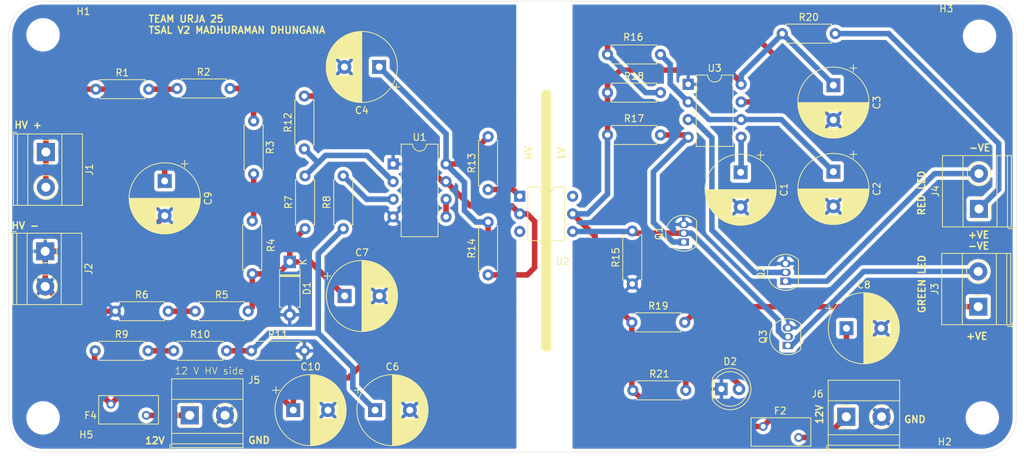
<source format=kicad_pcb>
(kicad_pcb (version 20240108) (generator "pcbnew") (generator_version "8.0")
  (layers (0 "F.Cu" signal) (31 "B.Cu" signal) (34 "B.Paste" user) (35 "F.Paste" user) (36 "B.SilkS" user "B.Silkscreen") (37 "F.SilkS" user "F.Silkscreen") (38 "B.Mask" user) (39 "F.Mask" user) (44 "Edge.Cuts" user))
  (net 0 "")
  (net 1 "GND1")
  (net 2 "Net-(U3-CV)")
  (net 3 "Net-(U3-THR)")
  (net 4 "+12VA")
  (net 5 "GND")
  (net 6 "Net-(D1-K)")
  (net 7 "Net-(C6-Pad1)")
  (net 8 "/Green LED +Ve")
  (net 9 "/Green LED -Ve")
  (net 10 "/RED LED +VE")
  (net 11 "/RED LED -VE")
  (net 12 "+12V")
  (net 13 "Net-(R1-Pad2)")
  (net 14 "Net-(R2-Pad2)")
  (net 15 "Net-(R3-Pad2)")
  (net 16 "Net-(R5-Pad1)")
  (net 17 "Net-(U1-+)")
  (net 18 "Net-(U1--)")
  (net 19 "/HV+")
  (net 20 "Net-(R10-Pad1)")
  (net 21 "Net-(R12-Pad2)")
  (net 22 "Net-(R13-Pad1)")
  (net 23 "Net-(U3-DIS)")
  (net 24 "Net-(U1-BAL)")
  (net 27 "Net-(D2-A)")
  (net 28 "Net-(J6-Pin_1)")
  (net 29 "Net-(J5-Pin_1)")
  (net 30 "Net-(Q1-B)")
  (net 31 "Net-(Q1-C)")
  (net 32 "Net-(Q2-B)")
  (footprint "Resistor_THT:R_Axial_DIN0207_L6.3mm_D2.5mm_P7.62mm_Horizontal" (layer "F.Cu") (at 219.575 61.685 90)
    (property "Reference" "R15" (at 3.81 -2.37 90) (layer "F.SilkS"))
    (property "Value" "10K")
    (pad "1" thru_hole circle (at 0 0 90) (size 1.6 1.6) (drill 0.8) (layers "*.Cu" "*.Mask") (net 1 "GND1"))
    (pad "2" thru_hole oval (at 7.62 0 90) (size 1.6 1.6) (drill 0.8) (layers "*.Cu" "*.Mask") (net 30 "Net-(Q1-B)"))
  )
  (footprint "Resistor_THT:R_Axial_DIN0207_L6.3mm_D2.5mm_P7.62mm_Horizontal" (layer "F.Cu") (at 216.015 34.125)
    (property "Reference" "R18" (at 3.81 -2.37 0) (layer "F.SilkS"))
    (property "Value" "22K")
    (pad "1" thru_hole circle (at 0 0) (size 1.6 1.6) (drill 0.8) (layers "*.Cu" "*.Mask") (net 4 "+12VA"))
    (pad "2" thru_hole oval (at 7.62 0) (size 1.6 1.6) (drill 0.8) (layers "*.Cu" "*.Mask") (net 23 "Net-(U3-DIS)"))
  )
  (footprint "Resistor_THT:R_Axial_DIN0207_L6.3mm_D2.5mm_P7.62mm_Horizontal" (layer "F.Cu") (at 145.165 65.625)
    (property "Reference" "R6" (at 3.81 -2.37 0) (layer "F.SilkS"))
    (property "Value" "26K")
    (pad "1" thru_hole circle (at 0 0) (size 1.6 1.6) (drill 0.8) (layers "*.Cu" "*.Mask") (net 5 "GND"))
    (pad "2" thru_hole oval (at 7.62 0) (size 1.6 1.6) (drill 0.8) (layers "*.Cu" "*.Mask") (net 16 "Net-(R5-Pad1)"))
  )
  (footprint "Resistor_THT:R_Axial_DIN0207_L6.3mm_D2.5mm_P7.62mm_Horizontal" (layer "F.Cu") (at 164.765 71.325)
    (property "Reference" "R11" (at 3.81 -2.37 0) (layer "F.SilkS"))
    (property "Value" "2K")
    (pad "1" thru_hole circle (at 0 0) (size 1.6 1.6) (drill 0.8) (layers "*.Cu" "*.Mask") (net 7 "Net-(C6-Pad1)"))
    (pad "2" thru_hole oval (at 7.62 0) (size 1.6 1.6) (drill 0.8) (layers "*.Cu" "*.Mask") (net 5 "GND"))
  )
  (footprint "TerminalBlock_Phoenix:TerminalBlock_Phoenix_MKDS-1,5-2-5.08_1x02_P5.08mm_Horizontal" (layer "F.Cu") (at 269.38 64.97 90)
    (property "Reference" "J3" (at 2.54 -6.26 90) (layer "F.SilkS"))
    (property "Value" "Conn_01x02_Pin")
    (pad "1" thru_hole rect (at 0 0 90) (size 2.6 2.6) (drill 1.3) (layers "*.Cu" "*.Mask") (net 8 "/Green LED +Ve"))
    (pad "2" thru_hole circle (at 5.08 0 90) (size 2.6 2.6) (drill 1.3) (layers "*.Cu" "*.Mask") (net 9 "/Green LED -Ve"))
  )
  (footprint "TerminalBlock_Phoenix:TerminalBlock_Phoenix_MKDS-1,5-2-5.08_1x02_P5.08mm_Horizontal" (layer "F.Cu") (at 135.17 42.68 -90)
    (property "Reference" "J1" (at 2.54 -6.26 90) (layer "F.SilkS"))
    (property "Value" "HV +")
    (pad "1" thru_hole rect (at 0 0 270) (size 2.6 2.6) (drill 1.3) (layers "*.Cu" "*.Mask") (net 19 "/HV+"))
    (pad "2" thru_hole circle (at 5.08 0 270) (size 2.6 2.6) (drill 1.3) (layers "*.Cu" "*.Mask") (net 19 "/HV+"))
  )
  (footprint "MountingHole:MountingHole_4.3mm_M4" (layer "F.Cu") (at 269.965534 80.994466)
    (property "Reference" "H2" (at -5.415534 3.455534 0) (layer "F.SilkS"))
    (property "Value" "MountingHole")
    (pad "" np_thru_hole circle (at 0 0) (size 4.3 4.3) (drill 4.3) (layers "*.Cu" "*.Mask"))
  )
  (footprint "MountingHole:MountingHole_4.3mm_M4" (layer "F.Cu") (at 134.765534 25.794466)
    (property "Reference" "H1" (at 5.809466 -3.369466 0) (layer "F.SilkS"))
    (property "Value" "MountingHole")
    (pad "" np_thru_hole circle (at 0 0) (size 4.3 4.3) (drill 4.3) (layers "*.Cu" "*.Mask"))
  )
  (footprint "Resistor_THT:R_Axial_DIN0207_L6.3mm_D2.5mm_P7.62mm_Horizontal" (layer "F.Cu") (at 142.365 33.625)
    (property "Reference" "R1" (at 3.81 -2.37 0) (layer "F.SilkS"))
    (property "Value" "249K")
    (pad "1" thru_hole circle (at 0 0) (size 1.6 1.6) (drill 0.8) (layers "*.Cu" "*.Mask") (net 19 "/HV+"))
    (pad "2" thru_hole oval (at 7.62 0) (size 1.6 1.6) (drill 0.8) (layers "*.Cu" "*.Mask") (net 13 "Net-(R1-Pad2)"))
  )
  (footprint "Fuse:Fuse_BelFuse_0ZRE0012FF_L8.3mm_W3.8mm" (layer "F.Cu") (at 243.525 83.825 180)
    (property "Reference" "F2" (at 2.65 3.85 0) (layer "F.SilkS"))
    (property "Value" "100mA 25V")
    (pad "1" thru_hole circle (at 0 0 180) (size 1.27 1.27) (drill 0.71) (layers "*.Cu" "*.Mask") (net 28 "Net-(J6-Pin_1)"))
    (pad "2" thru_hole circle (at 5.1 1.6 180) (size 1.27 1.27) (drill 0.71) (layers "*.Cu" "*.Mask") (net 4 "+12VA"))
  )
  (footprint "TerminalBlock_Phoenix:TerminalBlock_Phoenix_MKDS-1,5-2-5.08_1x02_P5.08mm_Horizontal" (layer "F.Cu") (at 250.38 80.83)
    (property "Reference" "J6" (at -4.13 -3.28 0) (layer "F.SilkS"))
    (property "Value" "Conn_01x02_Pin")
    (pad "1" thru_hole rect (at 0 0) (size 2.6 2.6) (drill 1.3) (layers "*.Cu" "*.Mask") (net 28 "Net-(J6-Pin_1)"))
    (pad "2" thru_hole circle (at 5.08 0) (size 2.6 2.6) (drill 1.3) (layers "*.Cu" "*.Mask") (net 1 "GND1"))
  )
  (footprint "Resistor_THT:R_Axial_DIN0207_L6.3mm_D2.5mm_P7.62mm_Horizontal" (layer "F.Cu") (at 156.665 65.625)
    (property "Reference" "R5" (at 3.81 -2.37 0) (layer "F.SilkS"))
    (property "Value" "26K")
    (pad "1" thru_hole circle (at 0 0) (size 1.6 1.6) (drill 0.8) (layers "*.Cu" "*.Mask") (net 16 "Net-(R5-Pad1)"))
    (pad "2" thru_hole oval (at 7.62 0) (size 1.6 1.6) (drill 0.8) (layers "*.Cu" "*.Mask") (net 6 "Net-(D1-K)"))
  )
  (footprint "Resistor_THT:R_Axial_DIN0207_L6.3mm_D2.5mm_P7.62mm_Horizontal" (layer "F.Cu") (at 223.635 28.625 180)
    (property "Reference" "R16" (at 3.91 2.5 0) (layer "F.SilkS"))
    (property "Value" "220K")
    (pad "1" thru_hole circle (at 0 0 180) (size 1.6 1.6) (drill 0.8) (layers "*.Cu" "*.Mask") (net 3 "Net-(U3-THR)"))
    (pad "2" thru_hole oval (at 7.62 0 180) (size 1.6 1.6) (drill 0.8) (layers "*.Cu" "*.Mask") (net 23 "Net-(U3-DIS)"))
  )
  (footprint "Package_DIP:DIP-6_W7.62mm" (layer "F.Cu") (at 203.375 49.05)
    (property "Reference" "U2" (at 6.175 9.4 0) (layer "F.SilkS"))
    (property "Value" "4N35")
    (pad "1" thru_hole rect (at 0 0) (size 1.6 1.6) (drill 0.8) (layers "*.Cu" "*.Mask") (net 22 "Net-(R13-Pad1)"))
    (pad "2" thru_hole oval (at 0 2.54) (size 1.6 1.6) (drill 0.8) (layers "*.Cu" "*.Mask") (net 21 "Net-(R12-Pad2)"))
    (pad "3" thru_hole oval (at 0 5.08) (size 1.6 1.6) (drill 0.8) (layers "*.Cu" "*.Mask"))
    (pad "4" thru_hole oval (at 7.62 5.08) (size 1.6 1.6) (drill 0.8) (layers "*.Cu" "*.Mask") (net 30 "Net-(Q1-B)"))
    (pad "5" thru_hole oval (at 7.62 2.54) (size 1.6 1.6) (drill 0.8) (layers "*.Cu" "*.Mask") (net 4 "+12VA"))
    (pad "6" thru_hole oval (at 7.62 0) (size 1.6 1.6) (drill 0.8) (layers "*.Cu" "*.Mask"))
  )
  (footprint "Resistor_THT:R_Axial_DIN0207_L6.3mm_D2.5mm_P7.62mm_Horizontal" (layer "F.Cu") (at 219.515 67.225)
    (property "Reference" "R19" (at 3.81 -2.37 0) (layer "F.SilkS"))
    (property "Value" "1K")
    (pad "1" thru_hole circle (at 0 0) (size 1.6 1.6) (drill 0.8) (layers "*.Cu" "*.Mask") (net 4 "+12VA"))
    (pad "2" thru_hole oval (at 7.62 0) (size 1.6 1.6) (drill 0.8) (layers "*.Cu" "*.Mask") (net 8 "/Green LED +Ve"))
  )
  (footprint "Package_DIP:DIP-8_W7.62mm" (layer "F.Cu") (at 227.625 32.925)
    (property "Reference" "U3" (at 3.81 -2.33 0) (layer "F.SilkS"))
    (property "Value" "NE555P")
    (pad "1" thru_hole rect (at 0 0) (size 1.6 1.6) (drill 0.8) (layers "*.Cu" "*.Mask") (net 1 "GND1"))
    (pad "2" thru_hole oval (at 0 2.54) (size 1.6 1.6) (drill 0.8) (layers "*.Cu" "*.Mask") (net 3 "Net-(U3-THR)"))
    (pad "3" thru_hole oval (at 0 5.08) (size 1.6 1.6) (drill 0.8) (layers "*.Cu" "*.Mask") (net 32 "Net-(Q2-B)"))
    (pad "4" thru_hole oval (at 0 7.62) (size 1.6 1.6) (drill 0.8) (layers "*.Cu" "*.Mask") (net 31 "Net-(Q1-C)"))
    (pad "5" thru_hole oval (at 7.62 7.62) (size 1.6 1.6) (drill 0.8) (layers "*.Cu" "*.Mask") (net 2 "Net-(U3-CV)"))
    (pad "6" thru_hole oval (at 7.62 5.08) (size 1.6 1.6) (drill 0.8) (layers "*.Cu" "*.Mask") (net 3 "Net-(U3-THR)"))
    (pad "7" thru_hole oval (at 7.62 2.54) (size 1.6 1.6) (drill 0.8) (layers "*.Cu" "*.Mask") (net 23 "Net-(U3-DIS)"))
    (pad "8" thru_hole oval (at 7.62 0) (size 1.6 1.6) (drill 0.8) (layers "*.Cu" "*.Mask") (net 4 "+12VA"))
  )
  (footprint "Resistor_THT:R_Axial_DIN0207_L6.3mm_D2.5mm_P7.62mm_Horizontal" (layer "F.Cu") (at 216.015 40.225)
    (property "Reference" "R17" (at 3.81 -2.37 0) (layer "F.SilkS"))
    (property "Value" "10K")
    (pad "1" thru_hole circle (at 0 0) (size 1.6 1.6) (drill 0.8) (layers "*.Cu" "*.Mask") (net 4 "+12VA"))
    (pad "2" thru_hole oval (at 7.62 0) (size 1.6 1.6) (drill 0.8) (layers "*.Cu" "*.Mask") (net 31 "Net-(Q1-C)"))
  )
  (footprint "Capacitor_THT:CP_Radial_D10.0mm_P5.00mm" (layer "F.Cu") (at 248.525 33.057323 -90)
    (property "Reference" "C3" (at 2.5 -6.25 90) (layer "F.SilkS"))
    (property "Value" "100nF")
    (pad "1" thru_hole rect (at 0 0 270) (size 2 2) (drill 1) (layers "*.Cu" "*.Mask") (net 4 "+12VA"))
    (pad "2" thru_hole circle (at 5 0 270) (size 2 2) (drill 1) (layers "*.Cu" "*.Mask") (net 1 "GND1"))
  )
  (footprint "Resistor_THT:R_Axial_DIN0207_L6.3mm_D2.5mm_P7.62mm_Horizontal" (layer "F.Cu") (at 198.825 60.385 90)
    (property "Reference" "R14" (at 3.81 -2.37 90) (layer "F.SilkS"))
    (property "Value" "10K")
    (pad "1" thru_hole circle (at 0 0 90) (size 1.6 1.6) (drill 0.8) (layers "*.Cu" "*.Mask") (net 21 "Net-(R12-Pad2)"))
    (pad "2" thru_hole oval (at 7.62 0 90) (size 1.6 1.6) (drill 0.8) (layers "*.Cu" "*.Mask") (net 12 "+12V"))
  )
  (footprint "LED_THT:LED_D5.0mm" (layer "F.Cu") (at 232.4 76.825)
    (property "Reference" "D2" (at 1.27 -3.96 0) (layer "F.SilkS"))
    (property "Value" "LED")
    (pad "1" thru_hole rect (at 0 0) (size 1.8 1.8) (drill 0.9) (layers "*.Cu" "*.Mask") (net 1 "GND1"))
    (pad "2" thru_hole circle (at 2.54 0) (size 1.8 1.8) (drill 0.9) (layers "*.Cu" "*.Mask") (net 27 "Net-(D2-A)"))
  )
  (footprint "Resistor_THT:R_Axial_DIN0207_L6.3mm_D2.5mm_P7.62mm_Horizontal" (layer "F.Cu") (at 142.265 71.325)
    (property "Reference" "R9" (at 3.81 -2.37 0) (layer "F.SilkS"))
    (property "Value" "30K")
    (pad "1" thru_hole circle (at 0 0) (size 1.6 1.6) (drill 0.8) (layers "*.Cu" "*.Mask") (net 12 "+12V"))
    (pad "2" thru_hole oval (at 7.62 0) (size 1.6 1.6) (drill 0.8) (layers "*.Cu" "*.Mask") (net 20 "Net-(R10-Pad1)"))
  )
  (footprint "MountingHole:MountingHole_4.3mm_M4" (layer "F.Cu") (at 134.765534 80.994466)
    (property "Reference" "H5" (at 6.209466 2.430534 0) (layer "F.SilkS"))
    (property "Value" "MountingHole")
    (pad "" np_thru_hole circle (at 0 0) (size 4.3 4.3) (drill 4.3) (layers "*.Cu" "*.Mask"))
  )
  (footprint "Resistor_THT:R_Axial_DIN0207_L6.3mm_D2.5mm_P7.62mm_Horizontal" (layer "F.Cu") (at 165.075 38.215 -90)
    (property "Reference" "R3" (at 3.81 -2.37 90) (layer "F.SilkS"))
    (property "Value" "249K")
    (pad "1" thru_hole circle (at 0 0 270) (size 1.6 1.6) (drill 0.8) (layers "*.Cu" "*.Mask") (net 14 "Net-(R2-Pad2)"))
    (pad "2" thru_hole oval (at 7.62 0 270) (size 1.6 1.6) (drill 0.8) (layers "*.Cu" "*.Mask") (net 15 "Net-(R3-Pad2)"))
  )
  (footprint "Capacitor_THT:CP_Radial_D10.0mm_P5.00mm" (layer "F.Cu") (at 248.525 45.507323 -90)
    (property "Reference" "C2" (at 2.5 -6.25 90) (layer "F.SilkS"))
    (property "Value" "1uF")
    (pad "1" thru_hole rect (at 0 0 270) (size 2 2) (drill 1) (layers "*.Cu" "*.Mask") (net 3 "Net-(U3-THR)"))
    (pad "2" thru_hole circle (at 5 0 270) (size 2 2) (drill 1) (layers "*.Cu" "*.Mask") (net 1 "GND1"))
  )
  (footprint "Resistor_THT:R_Axial_DIN0207_L6.3mm_D2.5mm_P7.62mm_Horizontal" (layer "F.Cu") (at 154.065 33.525)
    (property "Reference" "R2" (at 3.81 -2.37 0) (layer "F.SilkS"))
    (property "Value" "249K")
    (pad "1" thru_hole circle (at 0 0) (size 1.6 1.6) (drill 0.8) (layers "*.Cu" "*.Mask") (net 13 "Net-(R1-Pad2)"))
    (pad "2" thru_hole oval (at 7.62 0) (size 1.6 1.6) (drill 0.8) (layers "*.Cu" "*.Mask") (net 14 "Net-(R2-Pad2)"))
  )
  (footprint "Capacitor_THT:CP_Radial_D10.0mm_P5.00mm" (layer "F.Cu") (at 170.775 79.875)
    (property "Reference" "C10" (at 2.5 -6.25 0) (layer "F.SilkS"))
    (property "Value" "10 uf 25V")
    (pad "1" thru_hole rect (at 0 0) (size 2 2) (drill 1) (layers "*.Cu" "*.Mask") (net 12 "+12V"))
    (pad "2" thru_hole circle (at 5 0) (size 2 2) (drill 1) (layers "*.Cu" "*.Mask") (net 5 "GND"))
  )
  (footprint "TerminalBlock_Phoenix:TerminalBlock_Phoenix_MKDS-1,5-2-5.08_1x02_P5.08mm_Horizontal" (layer "F.Cu") (at 155.875 80.625)
    (property "Reference" "J5" (at 9.275 -5.075 0) (layer "F.SilkS"))
    (property "Value" "Conn_01x02_Pin")
    (pad "1" thru_hole rect (at 0 0) (size 2.6 2.6) (drill 1.3) (layers "*.Cu" "*.Mask") (net 29 "Net-(J5-Pin_1)"))
    (pad "2" thru_hole circle (at 5.08 0) (size 2.6 2.6) (drill 1.3) (layers "*.Cu" "*.Mask") (net 5 "GND"))
  )
  (footprint "Capacitor_THT:CP_Radial_D10.0mm_P5.00mm" (layer "F.Cu") (at 182.557323 79.875)
    (property "Reference" "C6" (at 2.5 -6.25 0) (layer "F.SilkS"))
    (property "Value" "0.1 uf")
    (pad "1" thru_hole rect (at 0 0) (size 2 2) (drill 1) (layers "*.Cu" "*.Mask") (net 7 "Net-(C6-Pad1)"))
    (pad "2" thru_hole circle (at 5 0) (size 2 2) (drill 1) (layers "*.Cu" "*.Mask") (net 5 "GND"))
  )
  (footprint "Resistor_THT:R_Axial_DIN0207_L6.3mm_D2.5mm_P7.62mm_Horizontal" (layer "F.Cu") (at 198.825 48.085 90)
    (property "Reference" "R13" (at 3.81 -2.37 90) (layer "F.SilkS"))
    (property "Value" "2k2")
    (pad "1" thru_hole circle (at 0 0 90) (size 1.6 1.6) (drill 0.8) (layers "*.Cu" "*.Mask") (net 22 "Net-(R13-Pad1)"))
    (pad "2" thru_hole oval (at 7.62 0 90) (size 1.6 1.6) (drill 0.8) (layers "*.Cu" "*.Mask") (net 12 "+12V"))
  )
  (footprint "Fuse:Fuse_BelFuse_0ZRE0012FF_L8.3mm_W3.8mm" (layer "F.Cu") (at 149.625 80.625 180)
    (property "Reference" "F4" (at 8.025 -0.025 0) (layer "F.SilkS"))
    (property "Value" "100 mA 25V")
    (pad "1" thru_hole circle (at 0 0 180) (size 1.27 1.27) (drill 0.71) (layers "*.Cu" "*.Mask") (net 29 "Net-(J5-Pin_1)"))
    (pad "2" thru_hole circle (at 5.1 1.6 180) (size 1.27 1.27) (drill 0.71) (layers "*.Cu" "*.Mask") (net 12 "+12V"))
  )
  (footprint "TerminalBlock_Phoenix:TerminalBlock_Phoenix_MKDS-1,5-2-5.08_1x02_P5.08mm_Horizontal" (layer "F.Cu") (at 135.075 56.98 -90)
    (property "Reference" "J2" (at 2.54 -6.26 90) (layer "F.SilkS"))
    (property "Value" "Conn_01x02_Pin")
    (pad "1" thru_hole rect (at 0 0 270) (size 2.6 2.6) (drill 1.3) (layers "*.Cu" "*.Mask") (net 5 "GND"))
    (pad "2" thru_hole circle (at 5.08 0 270) (size 2.6 2.6) (drill 1.3) (layers "*.Cu" "*.Mask") (net 5 "GND"))
  )
  (footprint "Resistor_THT:R_Axial_DIN0207_L6.3mm_D2.5mm_P7.62mm_Horizontal" (layer "F.Cu") (at 153.565 71.325)
    (property "Reference" "R10" (at 3.81 -2.37 0) (layer "F.SilkS"))
    (property "Value" "24K")
    (pad "1" thru_hole circle (at 0 0) (size 1.6 1.6) (drill 0.8) (layers "*.Cu" "*.Mask") (net 20 "Net-(R10-Pad1)"))
    (pad "2" thru_hole oval (at 7.62 0) (size 1.6 1.6) (drill 0.8) (layers "*.Cu" "*.Mask") (net 7 "Net-(C6-Pad1)"))
  )
  (footprint "Resistor_THT:R_Axial_DIN0207_L6.3mm_D2.5mm_P7.62mm_Horizontal" (layer "F.Cu") (at 172.475 53.735 90)
    (property "Reference" "R7" (at 3.81 -2.37 90) (layer "F.SilkS"))
    (property "Value" "100")
    (pad "1" thru_hole circle (at 0 0 90) (size 1.6 1.6) (drill 0.8) (layers "*.Cu" "*.Mask") (net 6 "Net-(D1-K)"))
    (pad "2" thru_hole oval (at 7.62 0 90) (size 1.6 1.6) (drill 0.8) (layers "*.Cu" "*.Mask") (net 17 "Net-(U1-+)"))
  )
  (footprint "Resistor_THT:R_Axial_DIN0207_L6.3mm_D2.5mm_P7.62mm_Horizontal" (layer "F.Cu") (at 219.665 77.025)
    (property "Reference" "R21" (at 3.81 -2.37 0) (layer "F.SilkS"))
    (property "Value" "1K")
    (pad "1" thru_hole circle (at 0 0) (size 1.6 1.6) (drill 0.8) (layers "*.Cu" "*.Mask") (net 4 "+12VA"))
    (pad "2" thru_hole oval (at 7.62 0) (size 1.6 1.6) (drill 0.8) (layers "*.Cu" "*.Mask") (net 27 "Net-(D2-A)"))
  )
  (footprint "Package_TO_SOT_THT:TO-92_Inline" (layer "F.Cu") (at 241.635 61.295 90)
    (property "Reference" "Q2" (at 1.27 -3.56 90) (layer "F.SilkS"))
    (property "Value" "BC547")
    (pad "1" thru_hole rect (at 0 0 90) (size 1.05 1.5) (drill 0.75) (layers "*.Cu" "*.Mask") (net 11 "/RED LED -VE"))
    (pad "2" thru_hole oval (at 1.27 0 90) (size 1.05 1.5) (drill 0.75) (layers "*.Cu" "*.Mask") (net 32 "Net-(Q2-B)"))
    (pad "3" thru_hole oval (at 2.54 0 90) (size 1.05 1.5) (drill 0.75) (layers "*.Cu" "*.Mask") (net 1 "GND1"))
  )
  (footprint "MountingHole:MountingHole_4.3mm_M4" (layer "F.Cu") (at 269.565534 25.994466)
    (property "Reference" "H3" (at -4.790534 -3.969466 0) (layer "F.SilkS"))
    (property "Value" "MountingHole")
    (pad "" np_thru_hole circle (at 0 0) (size 4.3 4.3) (drill 4.3) (layers "*.Cu" "*.Mask"))
  )
  (footprint "TerminalBlock_Phoenix:TerminalBlock_Phoenix_MKDS-1,5-2-5.08_1x02_P5.08mm_Horizontal" (layer "F.Cu") (at 269.48 50.87 90)
    (property "Reference" "J4" (at 2.54 -6.26 90) (layer "F.SilkS"))
    (property "Value" "Conn_01x02_Pin")
    (pad "1" thru_hole rect (at 0 0 90) (size 2.6 2.6) (drill 1.3) (layers "*.Cu" "*.Mask") (net 10 "/RED LED +VE"))
    (pad "2" thru_hole circle (at 5.08 0 90) (size 2.6 2.6) (drill 1.3) (layers "*.Cu" "*.Mask") (net 11 "/RED LED -VE"))
  )
  (footprint "Resistor_THT:R_Axial_DIN0207_L6.3mm_D2.5mm_P7.62mm_Horizontal" (layer "F.Cu") (at 164.875 60.235 90)
    (property "Reference" "R4" (at 4.11 2.7 90) (layer "F.SilkS"))
    (property "Value" "249K")
    (pad "1" thru_hole circle (at 0 0 90) (size 1.6 1.6) (drill 0.8) (layers "*.Cu" "*.Mask") (net 6 "Net-(D1-K)"))
    (pad "2" thru_hole oval (at 7.62 0 90) (size 1.6 1.6) (drill 0.8) (layers "*.Cu" "*.Mask") (net 15 "Net-(R3-Pad2)"))
  )
  (footprint "Capacitor_THT:CP_Radial_D10.0mm_P5.00mm" (layer "F.Cu") (at 235.175 45.607323 -90)
    (property "Reference" "C1" (at 2.5 -6.25 90) (layer "F.SilkS"))
    (property "Value" "100nf")
    (pad "1" thru_hole rect (at 0 0 270) (size 2 2) (drill 1) (layers "*.Cu" "*.Mask") (net 2 "Net-(U3-CV)"))
    (pad "2" thru_hole circle (at 5 0 270) (size 2 2) (drill 1) (layers "*.Cu" "*.Mask") (net 1 "GND1"))
  )
  (footprint "Package_TO_SOT_THT:TO-92_Inline" (layer "F.Cu") (at 226.985 55.645 90)
    (property "Reference" "Q1" (at 1.27 -3.56 90) (layer "F.SilkS"))
    (property "Value" "BC547")
    (pad "1" thru_hole rect (at 0 0 90) (size 1.05 1.5) (drill 0.75) (layers "*.Cu" "*.Mask") (net 31 "Net-(Q1-C)"))
    (pad "2" thru_hole oval (at 1.27 0 90) (size 1.05 1.5) (drill 0.75) (layers "*.Cu" "*.Mask") (net 30 "Net-(Q1-B)"))
    (pad "3" thru_hole oval (at 2.54 0 90) (size 1.05 1.5) (drill 0.75) (layers "*.Cu" "*.Mask") (net 1 "GND1"))
  )
  (footprint "Diode_THT:D_A-405_P7.62mm_Horizontal" (layer "F.Cu") (at 170.275 58.515 -90)
    (property "Reference" "D1" (at 3.81 -2.47 90) (layer "F.SilkS"))
    (property "Value" "12V")
    (fp_text user "K" (at 0 -1.9 90) (layer "F.SilkS"))
    (pad "1" thru_hole rect (at 0 0 270) (size 1.8 1.8) (drill 0.9) (layers "*.Cu" "*.Mask") (net 6 "Net-(D1-K)"))
    (pad "2" thru_hole oval (at 7.62 0 270) (size 1.8 1.8) (drill 0.9) (layers "*.Cu" "*.Mask") (net 5 "GND"))
  )
  (footprint "Package_TO_SOT_THT:TO-92_Inline" (layer "F.Cu") (at 241.975 70.565 90)
    (property "Reference" "Q3" (at 1.27 -3.56 90) (layer "F.SilkS"))
    (property "Value" "BC547")
    (pad "1" thru_hole rect (at 0 0 90) (size 1.05 1.5) (drill 0.75) (layers "*.Cu" "*.Mask") (net 9 "/Green LED -Ve"))
    (pad "2" thru_hole oval (at 1.27 0 90) (size 1.05 1.5) (drill 0.75) (layers "*.Cu" "*.Mask") (net 30 "Net-(Q1-B)"))
    (pad "3" thru_hole oval (at 2.54 0 90) (size 1.05 1.5) (drill 0.75) (layers "*.Cu" "*.Mask") (net 1 "GND1"))
  )
  (footprint "Capacitor_THT:CP_Radial_D10.0mm_P5.00mm" (layer "F.Cu") (at 250.407323 68.075)
    (property "Reference" "C8" (at 2.5 -6.25 0) (layer "F.SilkS"))
    (property "Value" "10uf 25V")
    (pad "1" thru_hole rect (at 0 0) (size 2 2) (drill 1) (layers "*.Cu" "*.Mask") (net 4 "+12VA"))
    (pad "2" thru_hole circle (at 5 0) (size 2 2) (drill 1) (layers "*.Cu" "*.Mask") (net 1 "GND1"))
  )
  (footprint "Resistor_THT:R_Axial_DIN0207_L6.3mm_D2.5mm_P7.62mm_Horizontal" (layer "F.Cu") (at 177.975 53.735 90)
    (property "Reference" "R8" (at 3.81 -2.37 90) (layer "F.SilkS"))
    (property "Value" "100")
    (pad "1" thru_hole circle (at 0 0 90) (size 1.6 1.6) (drill 0.8) (layers "*.Cu" "*.Mask") (net 7 "Net-(C6-Pad1)"))
    (pad "2" thru_hole oval (at 7.62 0 90) (size 1.6 1.6) (drill 0.8) (layers "*.Cu" "*.Mask") (net 18 "Net-(U1--)"))
  )
  (footprint "Resistor_THT:R_Axial_DIN0207_L6.3mm_D2.5mm_P7.62mm_Horizontal" (layer "F.Cu") (at 241.165 25.625)
    (property "Reference" "R20" (at 3.81 -2.37 0) (layer "F.SilkS"))
    (property "Value" "1K")
    (pad "1" thru_hole circle (at 0 0) (size 1.6 1.6) (drill 0.8) (layers "*.Cu" "*.Mask") (net 4 "+12VA"))
    (pad "2" thru_hole oval (at 7.62 0) (size 1.6 1.6) (drill 0.8) (layers "*.Cu" "*.Mask") (net 10 "/RED LED +VE"))
  )
  (footprint "Capacitor_THT:CP_Radial_D10.0mm_P5.00mm" (layer "F.Cu") (at 178.175 63.425)
    (property "Reference" "C7" (at 2.5 -6.25 0) (layer "F.SilkS"))
    (property "Value" "0.1uf")
    (pad "1" thru_hole rect (at 0 0) (size 2 2) (drill 1) (layers "*.Cu" "*.Mask") (net 6 "Net-(D1-K)"))
    (pad "2" thru_hole circle (at 5 0) (size 2 2) (drill 1) (layers "*.Cu" "*.Mask") (net 5 "GND"))
  )
  (footprint "Capacitor_THT:CP_Radial_D10.0mm_P5.00mm" (layer "F.Cu") (at 152.275 46.857323 -90)
    (property "Reference" "C9" (at 2.5 -6.25 90) (layer "F.SilkS"))
    (property "Value" "100V 1uf")
    (pad "1" thru_hole rect (at 0 0 270) (size 2 2) (drill 1) (layers "*.Cu" "*.Mask") (net 19 "/HV+"))
    (pad "2" thru_hole circle (at 5 0 270) (size 2 2) (drill 1) (layers "*.Cu" "*.Mask") (net 5 "GND"))
  )
  (footprint "Capacitor_THT:CP_Radial_D10.0mm_P5.00mm" (layer "F.Cu") (at 183.142677 30.425 180)
    (property "Reference" "C4" (at 2.5 -6.25 0) (layer "F.SilkS"))
    (property "Value" "0.1uf")
    (pad "1" thru_hole rect (at 0 0 180) (size 2 2) (drill 1) (layers "*.Cu" "*.Mask") (net 12 "+12V"))
    (pad "2" thru_hole circle (at 5 0 180) (size 2 2) (drill 1) (layers "*.Cu" "*.Mask") (net 5 "GND"))
  )
  (footprint "Resistor_THT:R_Axial_DIN0207_L6.3mm_D2.5mm_P7.62mm_Horizontal" (layer "F.Cu") (at 172.375 42.235 90)
    (property "Reference" "R12" (at 3.81 -2.37 90) (layer "F.SilkS"))
    (property "Value" "1M")
    (pad "1" thru_hole circle (at 0 0 90) (size 1.6 1.6) (drill 0.8) (layers "*.Cu" "*.Mask") (net 17 "Net-(U1-+)"))
    (pad "2" thru_hole oval (at 7.62 0 90) (size 1.6 1.6) (drill 0.8) (layers "*.Cu" "*.Mask") (net 21 "Net-(R12-Pad2)"))
  )
  (footprint "Package_DIP:CERDIP-8_W7.62mm_SideBrazed" (layer "F.Cu") (at 185.155 44.405)
    (property "Reference" "U1" (at 3.81 -3.855 0) (layer "F.SilkS"))
    (property "Value" "LM311")
    (pad "1" thru_hole rect (at 0 0) (size 1.6 1.6) (drill 0.8) (layers "*.Cu" "*.Mask") (net 5 "GND"))
    (pad "2" thru_hole circle (at 0 2.54) (size 1.6 1.6) (drill 0.8) (layers "*.Cu" "*.Mask") (net 17 "Net-(U1-+)"))
    (pad "3" thru_hole circle (at 0 5.08) (size 1.6 1.6) (drill 0.8) (layers "*.Cu" "*.Mask") (net 18 "Net-(U1--)"))
    (pad "4" thru_hole circle (at 0 7.62) (size 1.6 1.6) (drill 0.8) (layers "*.Cu" "*.Mask") (net 5 "GND"))
    (pad "5" thru_hole circle (at 7.62 7.62) (size 1.6 1.6) (drill 0.8) (layers "*.Cu" "*.Mask") (net 24 "Net-(U1-BAL)"))
    (pad "6" thru_hole circle (at 7.62 5.08) (size 1.6 1.6) (drill 0.8) (layers "*.Cu" "*.Mask") (net 24 "Net-(U1-BAL)"))
    (pad "7" thru_hole circle (at 7.62 2.54) (size 1.6 1.6) (drill 0.8) (layers "*.Cu" "*.Mask") (net 21 "Net-(R12-Pad2)"))
    (pad "8" thru_hole circle (at 7.62 0) (size 1.6 1.6) (drill 0.8) (layers "*.Cu" "*.Mask") (net 12 "+12V"))
  )
  (gr_line (start 207.2 34.4) (end 207.2 70.7) (stroke (width 1.5)) (layer "F.SilkS"))
  (gr_line (start 274.83 25.93) (end 274.83 80.93) (stroke (width 0.05)) (layer "Edge.Cuts"))
  (gr_arc (start 129.83 25.93) (mid 131.294466 22.394466) (end 134.83 20.93) (stroke (width 0.05)) (layer "Edge.Cuts"))
  (gr_line (start 134.83 20.93) (end 269.83 20.93) (stroke (width 0.05)) (layer "Edge.Cuts"))
  (gr_arc (start 269.83 20.93) (mid 273.365534 22.394466) (end 274.83 25.93) (stroke (width 0.05)) (layer "Edge.Cuts"))
  (gr_line (start 129.83 25.93) (end 129.83 80.93) (stroke (width 0.05)) (layer "Edge.Cuts"))
  (gr_arc (start 134.83 85.93) (mid 131.294466 84.465534) (end 129.83 80.93) (stroke (width 0.05)) (layer "Edge.Cuts"))
  (gr_arc (start 274.83 80.93) (mid 273.365534 84.465534) (end 269.83 85.93) (stroke (width 0.05)) (layer "Edge.Cuts"))
  (gr_line (start 134.83 85.93) (end 269.83 85.93) (stroke (width 0.05)) (layer "Edge.Cuts"))
  (gr_text "HV\n" (at 205.25 43.9 90) (layer "F.SilkS") (effects (font (size 1 1) (thickness 0.25) (bold yes)) (justify left bottom)))
  (gr_text "HV + " (at 130.525 39.375 0) (layer "F.SilkS") (effects (font (size 1 1) (thickness 0.2) (bold yes)) (justify left bottom)))
  (gr_text "+VE\n" (at 267.55 69.8 0) (layer "F.SilkS") (effects (font (size 1 1) (thickness 0.2) (bold yes)) (justify left bottom)))
  (gr_text "HV -\n" (at 130.125 53.875 0) (layer "F.SilkS") (effects (font (size 1 1) (thickness 0.2) (bold yes)) (justify left bottom)))
  (gr_text "LV\n" (at 209.95 43.8 90) (layer "F.SilkS") (effects (font (size 1 1) (thickness 0.25) (bold yes)) (justify left bottom)))
  (gr_text "RED LED" (at 261.8 51.9 90) (layer "F.SilkS") (effects (font (size 1 1) (thickness 0.2) (bold yes)) (justify left bottom)))
  (gr_text "12V\n" (at 247.1 82 90) (layer "F.SilkS") (effects (font (size 1 1) (thickness 0.2) (bold yes)) (justify left bottom)))
  (gr_text "GND" (at 258.6 81.8 0) (layer "F.SilkS") (effects (font (size 1 1) (thickness 0.2) (bold yes)) (justify left bottom)))
  (gr_text "GREEN LED" (at 261.85 66 90) (layer "F.SilkS") (effects (font (size 1 1) (thickness 0.2) (bold yes)) (justify left bottom)))
  (gr_text "GND" (at 164.2 84.8 0) (layer "F.SilkS") (effects (font (size 1 1) (thickness 0.2) (bold yes)) (justify left bottom)))
  (gr_text "TEAM URJA 25 \nTSAL V2 MADHURAMAN DHUNGANA" (at 149.85 25.7 0) (layer "F.SilkS") (effects (font (size 1 1) (thickness 0.2) (bold yes)) (justify left bottom)))
  (gr_text "12V\n" (at 149.35 84.85 0) (layer "F.SilkS") (effects (font (size 1 1) (thickness 0.2) (bold yes)) (justify left bottom)))
  (gr_text "-VE\n" (at 267.8 56.8 0) (layer "F.SilkS") (effects (font (size 1 1) (thickness 0.2) (bold yes)) (justify left bottom)))
  (gr_text "+VE" (at 267.8 55.2 0) (layer "F.SilkS") (effects (font (size 1 1) (thickness 0.2) (bold yes)) (justify left bottom)))
  (gr_text "12 V HV side" (at 153.65 74.8 0) (layer "F.SilkS") (effects (font (size 1 1) (thickness 0.1)) (justify left bottom)))
  (gr_text "-VE" (at 267.95 42.65 0) (layer "F.SilkS") (effects (font (size 1 1) (thickness 0.2) (bold yes)) (justify left bottom)))
  (segment (start 235.245 40.545) (end 235.245 45.537323) (width 0.8) (layer "B.Cu") (net 2))
  (segment (start 235.245 45.537323) (end 235.175 45.607323) (width 0.8) (layer "B.Cu") (net 2))
  (segment (start 223.635 28.625) (end 225.035 30.025) (width 0.8) (layer "B.Cu") (net 3))
  (segment (start 225.035 32.875) (end 227.625 35.465) (width 0.8) (layer "B.Cu") (net 3))
  (segment (start 235.245 38.005) (end 241.022677 38.005) (width 0.8) (layer "B.Cu") (net 3))
  (segment (start 228.085 35.465) (end 230.625 38.005) (width 0.8) (layer "B.Cu") (net 3))
  (segment (start 225.035 30.025) (end 225.035 32.875) (width 0.8) (layer "B.Cu") (net 3))
  (segment (start 230.625 38.005) (end 235.245 38.005) (width 0.8) (layer "B.Cu") (net 3))
  (segment (start 241.022677 38.005) (end 248.525 45.507323) (width 0.8) (layer "B.Cu") (net 3))
  (segment (start 227.625 35.465) (end 228.085 35.465) (width 0.8) (layer "B.Cu") (net 3))
  (segment (start 219.665 77.025) (end 224.865 82.225) (width 0.8) (layer "F.Cu") (net 4))
  (segment (start 210.995 51.59) (end 214.225 54.82) (width 0.8) (layer "F.Cu") (net 4))
  (segment (start 235.245 32.695) (end 235.245 32.925) (width 0.8) (layer "F.Cu") (net 4))
  (segment (start 214.225 54.82) (end 214.225 61.935) (width 0.8) (layer "F.Cu") (net 4))
  (segment (start 214.225 61.935) (end 219.515 67.225) (width 0.8) (layer "F.Cu") (net 4))
  (segment (start 219.515 76.875) (end 219.665 77.025) (width 0.8) (layer "F.Cu") (net 4))
  (segment (start 224.865 82.225) (end 238.425 82.225) (width 0.8) (layer "F.Cu") (net 4))
  (segment (start 216.015 32.735) (end 217.875 30.875) (width 0.8) (layer "F.Cu") (net 4))
  (segment (start 250.407323 70.242677) (end 250.407323 68.075) (width 0.8) (layer "F.Cu") (net 4))
  (segment (start 233.425 30.875) (end 235.245 32.695) (width 0.8) (layer "F.Cu") (net 4))
  (segment (start 219.515 67.225) (end 219.515 76.875) (width 0.8) (layer "F.Cu") (net 4))
  (segment (start 216.015 34.125) (end 216.015 32.735) (width 0.8) (layer "F.Cu") (net 4))
  (segment (start 217.875 30.875) (end 233.425 30.875) (width 0.8) (layer "F.Cu") (net 4))
  (segment (start 216.015 34.125) (end 216.015 40.225) (width 0.8) (layer "F.Cu") (net 4))
  (segment (start 238.425 82.225) (end 250.407323 70.242677) (width 0.8) (layer "F.Cu") (net 4))
  (segment (start 241.165 25.625) (end 241.165 25.685) (width 0.8) (layer "B.Cu") (net 4))
  (segment (start 213.16 51.59) (end 216.015 48.735) (width 0.8) (layer "B.Cu") (net 4))
  (segment (start 241.165 25.625) (end 248.525 32.985) (width 0.8) (layer "B.Cu") (net 4))
  (segment (start 248.525 32.985) (end 248.525 33.057323) (width 0.8) (layer "B.Cu") (net 4))
  (segment (start 216.015 48.735) (end 216.015 40.225) (width 0.8) (layer "B.Cu") (net 4))
  (segment (start 210.995 51.59) (end 213.16 51.59) (width 0.8) (layer "B.Cu") (net 4))
  (segment (start 235.245 31.605) (end 235.245 32.925) (width 0.8) (layer "B.Cu") (net 4))
  (segment (start 241.165 25.685) (end 235.245 31.605) (width 0.8) (layer "B.Cu") (net 4))
  (segment (start 135.075 56.98) (end 147.152323 56.98) (width 0.8) (layer "F.Cu") (net 5))
  (segment (start 147.152323 56.98) (end 152.275 51.857323) (width 0.8) (layer "F.Cu") (net 5))
  (segment (start 145.165 65.625) (end 138.64 65.625) (width 0.8) (layer "F.Cu") (net 5))
  (segment (start 135.075 56.98) (end 135.075 62.06) (width 0.8) (layer "F.Cu") (net 5))
  (segment (start 138.64 65.625) (end 135.075 62.06) (width 0.8) (layer "F.Cu") (net 5))
  (segment (start 170.275 58.515) (end 170.275 55.935) (width 0.8) (layer "F.Cu") (net 6))
  (segment (start 168.555 60.235) (end 170.275 58.515) (width 0.8) (layer "F.Cu") (net 6))
  (segment (start 164.875 65.035) (end 164.285 65.625) (width 0.8) (layer "F.Cu") (net 6))
  (segment (start 170.275 55.935) (end 172.475 53.735) (width 0.8) (layer "F.Cu") (net 6))
  (segment (start 164.875 60.235) (end 168.555 60.235) (width 0.8) (layer "F.Cu") (net 6))
  (segment (start 173.265 58.515) (end 178.175 63.425) (width 0.8) (layer "F.Cu") (net 6))
  (segment (start 164.875 60.235) (end 164.875 65.035) (width 0.8) (layer "F.Cu") (net 6))
  (segment (start 170.275 58.515) (end 173.265 58.515) (width 0.8) (layer "F.Cu") (net 6))
  (segment (start 161.185 71.325) (end 164.765 71.325) (width 0.8) (layer "F.Cu") (net 7))
  (segment (start 179.357323 73.757323) (end 179.357323 76.675) (width 0.8) (layer "B.Cu") (net 7))
  (segment (start 167.315 68.775) (end 174.375 68.775) (width 0.8) (layer "B.Cu") (net 7))
  (segment (start 179.357323 76.675) (end 182.557323 79.875) (width 0.8) (layer "B.Cu") (net 7))
  (segment (start 174.375 68.775) (end 174.375 57.335) (width 0.8) (layer "B.Cu") (net 7))
  (segment (start 174.375 68.775) (end 179.357323 73.757323) (width 0.8) (layer "B.Cu") (net 7))
  (segment (start 174.375 57.335) (end 177.975 53.735) (width 0.8) (layer "B.Cu") (net 7))
  (segment (start 164.765 71.325) (end 167.315 68.775) (width 0.8) (layer "B.Cu") (net 7))
  (segment (start 230.325 65.125) (end 230.48 64.97) (width 0.8) (layer "F.Cu") (net 8))
  (segment (start 227.135 67.225) (end 229.235 65.125) (width 0.8) (layer "F.Cu") (net 8))
  (segment (start 229.235 65.125) (end 230.325 65.125) (width 0.8) (layer "F.Cu") (net 8))
  (segment (start 230.48 64.97) (end 269.38 64.97) (width 0.8) (layer "F.Cu") (net 8))
  (segment (start 243.325 69.475) (end 252.91 59.89) (width 0.8) (layer "B.Cu") (net 9))
  (segment (start 241.975 70.565) (end 242.52099 70.565) (width 0.8) (layer "B.Cu") (net 9))
  (segment (start 242.52099 70.565) (end 243.325 69.76099) (width 0.8) (layer "B.Cu") (net 9))
  (segment (start 252.91 59.89) (end 269.38 59.89) (width 0.8) (layer "B.Cu") (net 9))
  (segment (start 243.325 69.76099) (end 243.325 69.475) (width 0.8) (layer "B.Cu") (net 9))
  (segment (start 248.785 25.625) (end 256.475 25.625) (width 0.8) (layer "B.Cu") (net 10))
  (segment (start 272.325 41.475) (end 272.325 48.025) (width 0.8) (layer "B.Cu") (net 10))
  (segment (start 272.325 48.025) (end 269.48 50.87) (width 0.8) (layer "B.Cu") (net 10))
  (segment (start 256.475 25.625) (end 272.325 41.475) (width 0.8) (layer "B.Cu") (net 10))
  (segment (start 263.11 45.79) (end 269.48 45.79) (width 0.8) (layer "B.Cu") (net 11))
  (segment (start 247.605 61.295) (end 263.11 45.79) (width 0.8) (layer "B.Cu") (net 11))
  (segment (start 241.635 61.295) (end 247.605 61.295) (width 0.8) (layer "B.Cu") (net 11))
  (segment (start 194.885 44.405) (end 198.825 40.465) (width 0.8) (layer "F.Cu") (net 12))
  (segment (start 170.775 79.875) (end 170.775 78.275) (width 0.8) (layer "F.Cu") (net 12))
  (segment (start 170.775 78.275) (end 173.825 75.225) (width 0.8) (layer "F.Cu") (net 12))
  (segment (start 146.125 77.425) (end 168.425 77.425) (width 0.8) (layer "F.Cu") (net 12))
  (segment (start 144.525 79.025) (end 142.175 76.675) (width 0.8) (layer "F.Cu") (net 12))
  (segment (start 170.775 79.775) (end 170.775 79.875) (width 0.8) (layer "F.Cu") (net 12))
  (segment (start 144.525 79.025) (end 146.125 77.425) (width 0.8) (layer "F.Cu") (net 12))
  (segment (start 178.725 75.225) (end 198.825 55.125) (width 0.8) (layer "F.Cu") (net 12))
  (segment (start 142.175 76.675) (end 142.175 71.415) (width 0.8) (layer "F.Cu") (net 12))
  (segment (start 192.775 44.405) (end 194.885 44.405) (width 0.8) (layer "F.Cu") (net 12))
  (segment (start 168.425 77.425) (end 170.775 79.775) (width 0.8) (layer "F.Cu") (net 12))
  (segment (start 198.825 55.125) (end 198.825 52.765) (width 0.8) (layer "F.Cu") (net 12))
  (segment (start 173.825 75.225) (end 178.725 75.225) (width 0.8) (layer "F.Cu") (net 12))
  (segment (start 142.175 71.415) (end 142.265 71.325) (width 0.8) (layer "F.Cu") (net 12))
  (segment (start 197.065 52.765) (end 195.425 51.125) (width 0.8) (layer "B.Cu") (net 12))
  (segment (start 192.775 40.057323) (end 183.142677 30.425) (width 0.8) (layer "B.Cu") (net 12))
  (segment (start 192.775 44.405) (end 192.775 40.057323) (width 0.8) (layer "B.Cu") (net 12))
  (segment (start 195.425 47.055) (end 192.775 44.405) (width 0.8) (layer "B.Cu") (net 12))
  (segment (start 195.425 51.125) (end 195.425 47.055) (width 0.8) (layer "B.Cu") (net 12))
  (segment (start 198.825 52.765) (end 197.065 52.765) (width 0.8) (layer "B.Cu") (net 12))
  (segment (start 149.985 33.625) (end 153.965 33.625) (width 0.8) (layer "F.Cu") (net 13))
  (segment (start 153.965 33.625) (end 154.065 33.525) (width 0.8) (layer "F.Cu") (net 13))
  (segment (start 161.685 33.525) (end 162.925 33.525) (width 0.8) (layer "F.Cu") (net 14))
  (segment (start 165.075 35.675) (end 165.075 38.215) (width 0.8) (layer "F.Cu") (net 14))
  (segment (start 162.925 33.525) (end 165.075 35.675) (width 0.8) (layer "F.Cu") (net 14))
  (segment (start 165.075 52.415) (end 164.875 52.615) (width 0.8) (layer "F.Cu") (net 15))
  (segment (start 165.075 45.835) (end 165.075 52.415) (width 0.8) (layer "F.Cu") (net 15))
  (segment (start 156.665 65.625) (end 152.785 65.625) (width 0.8) (layer "F.Cu") (net 16))
  (segment (start 174.415 44.175) (end 172.475 46.115) (width 0.8) (layer "B.Cu") (net 17))
  (segment (start 175.415 43.175) (end 174.415 44.175) (width 0.8) (layer "B.Cu") (net 17))
  (segment (start 181.385 43.175) (end 175.415 43.175) (width 0.8) (layer "B.Cu") (net 17))
  (segment (start 174.315 44.175) (end 174.415 44.175) (width 0.8) (layer "B.Cu") (net 17))
  (segment (start 172.375 42.235) (end 174.315 44.175) (width 0.8) (layer "B.Cu") (net 17))
  (segment (start 185.155 46.945) (end 181.385 43.175) (width 0.8) (layer "B.Cu") (net 17))
  (segment (start 181.345 49.485) (end 177.975 46.115) (width 0.8) (layer "B.Cu") (net 18))
  (segment (start 185.155 49.485) (end 181.345 49.485) (width 0.8) (layer "B.Cu") (net 18))
  (segment (start 138.625 33.625) (end 142.365 33.625) (width 0.8) (layer "F.Cu") (net 19))
  (segment (start 135.17 47.76) (end 135.17 42.68) (width 0.8) (layer "F.Cu") (net 19))
  (segment (start 135.17 37.08) (end 138.625 33.625) (width 0.8) (layer "F.Cu") (net 19))
  (segment (start 135.17 42.68) (end 135.17 37.08) (width 0.8) (layer "F.Cu") (net 19))
  (segment (start 144.175 33.625) (end 152.275 41.725) (width 0.8) (layer "F.Cu") (net 19))
  (segment (start 142.365 33.625) (end 144.175 33.625) (width 0.8) (layer "F.Cu") (net 19))
  (segment (start 152.275 41.725) (end 152.275 46.857323) (width 0.8) (layer "F.Cu") (net 19))
  (segment (start 149.885 71.325) (end 153.565 71.325) (width 0.8) (layer "F.Cu") (net 20))
  (segment (start 192.245 46.945) (end 192.775 46.945) (width 0.8) (layer "F.Cu") (net 21))
  (segment (start 205.525 52.675) (end 204.44 51.59) (width 0.8) (layer "F.Cu") (net 21))
  (segment (start 172.375 34.615) (end 179.915 34.615) (width 0.8) (layer "F.Cu") (net 21))
  (segment (start 196.28 50.45) (end 202.235 50.45) (width 0.8) (layer "F.Cu") (net 21))
  (segment (start 179.915 34.615) (end 192.245 46.945) (width 0.8) (layer "F.Cu") (net 21))
  (segment (start 204.465 60.385) (end 205.525 59.325) (width 0.8) (layer "F.Cu") (net 21))
  (segment (start 202.235 50.45) (end 203.375 51.59) (width 0.8) (layer "F.Cu") (net 21))
  (segment (start 204.44 51.59) (end 203.375 51.59) (width 0.8) (layer "F.Cu") (net 21))
  (segment (start 198.825 60.385) (end 204.465 60.385) (width 0.8) (layer "F.Cu") (net 21))
  (segment (start 192.775 46.945) (end 196.28 50.45) (width 0.8) (layer "F.Cu") (net 21))
  (segment (start 205.525 59.325) (end 205.525 52.675) (width 0.8) (layer "F.Cu") (net 21))
  (segment (start 198.825 48.085) (end 202.41 48.085) (width 0.8) (layer "F.Cu") (net 22))
  (segment (start 202.41 48.085) (end 203.375 49.05) (width 0.8) (layer "F.Cu") (net 22))
  (segment (start 235.245 35.465) (end 238.335 35.465) (width 0.8) (layer "F.Cu") (net 23))
  (segment (start 238.335 35.465) (end 240.975 32.825) (width 0.8) (layer "F.Cu") (net 23))
  (segment (start 240.975 32.825) (end 240.975 29.675) (width 0.8) (layer "F.Cu") (net 23))
  (segment (start 235.375 24.075) (end 217.025 24.075) (width 0.8) (layer "F.Cu") (net 23))
  (segment (start 216.015 25.085) (end 216.015 28.625) (width 0.8) (layer "F.Cu") (net 23))
  (segment (start 240.975 29.675) (end 235.375 24.075) (width 0.8) (layer "F.Cu") (net 23))
  (segment (start 217.025 24.075) (end 216.015 25.085) (width 0.8) (layer "F.Cu") (net 23))
  (segment (start 223.635 34.125) (end 221.515 34.125) (width 0.8) (layer "B.Cu") (net 23))
  (segment (start 221.515 34.125) (end 216.015 28.625) (width 0.8) (layer "B.Cu") (net 23))
  (segment (start 192.775 52.025) (end 192.775 49.485) (width 0.8) (layer "F.Cu") (net 24))
  (segment (start 228.525 74.225) (end 232.675 74.225) (width 0.8) (layer "F.Cu") (net 27))
  (segment (start 234.94 76.19) (end 234.94 76.825) (width 0.8) (layer "F.Cu") (net 27))
  (segment (start 232.675 74.225) (end 232.825 74.075) (width 0.8) (layer "F.Cu") (net 27))
  (segment (start 227.285 75.465) (end 228.525 74.225) (width 0.8) (layer "F.Cu") (net 27))
  (segment (start 232.825 74.075) (end 234.94 76.19) (width 0.8) (layer "F.Cu") (net 27))
  (segment (start 227.285 77.025) (end 227.285 75.465) (width 0.8) (layer "F.Cu") (net 27))
  (segment (start 243.525 83.825) (end 247.385 83.825) (width 0.8) (layer "F.Cu") (net 28))
  (segment (start 247.385 83.825) (end 250.38 80.83) (width 0.8) (layer "F.Cu") (net 28))
  (segment (start 155.875 80.625) (end 149.625 80.625) (width 0.8) (layer "F.Cu") (net 29))
  (segment (start 219.575 54.065) (end 219.885 54.375) (width 0.8) (layer "F.Cu") (net 30))
  (segment (start 219.885 54.375) (end 226.985 54.375) (width 0.8) (layer "F.Cu") (net 30))
  (segment (start 219.51 54.13) (end 219.575 54.065) (width 0.8) (layer "B.Cu") (net 30))
  (segment (start 241.42901 69.295) (end 240.625 68.49099) (width 0.8) (layer "B.Cu") (net 30))
  (segment (start 210.995 54.13) (end 219.51 54.13) (width 0.8) (layer "B.Cu") (net 30))
  (segment (start 240.625 68.49099) (end 240.625 66.925) (width 0.8) (layer "B.Cu") (net 30))
  (segment (start 228.075 54.375) (end 226.985 54.375) (width 0.8) (layer "B.Cu") (net 30))
  (segment (start 240.625 66.925) (end 228.075 54.375) (width 0.8) (layer "B.Cu") (net 30))
  (segment (start 241.975 69.295) (end 241.42901 69.295) (width 0.8) (layer "B.Cu") (net 30))
  (segment (start 223.635 40.225) (end 227.305 40.225) (width 0.8) (layer "F.Cu") (net 31))
  (segment (start 227.305 40.225) (end 227.625 40.545) (width 0.8) (layer "F.Cu") (net 31))
  (segment (start 222.625 52.835) (end 225.435 55.645) (width 0.8) (layer "B.Cu") (net 31))
  (segment (start 225.435 55.645) (end 226.985 55.645) (width 0.8) (layer "B.Cu") (net 31))
  (segment (start 222.625 45.545) (end 222.625 52.835) (width 0.8) (layer "B.Cu") (net 31))
  (segment (start 227.625 40.545) (end 222.625 45.545) (width 0.8) (layer "B.Cu") (net 31))
  (segment (start 231.039214 53.939214) (end 237.125 60.025) (width 0.8) (layer "B.Cu") (net 32))
  (segment (start 228.405 38.005) (end 231.039214 40.639214) (width 0.8) (layer "B.Cu") (net 32))
  (segment (start 237.125 60.025) (end 241.635 60.025) (width 0.8) (layer "B.Cu") (net 32))
  (segment (start 231.039214 40.639214) (end 231.039214 53.939214) (width 0.8) (layer "B.Cu") (net 32))
  (segment (start 227.625 38.005) (end 228.405 38.005) (width 0.8) (layer "B.Cu") (net 32))
  (zone (net 5) (net_name "GND") (layer "B.Cu") (priority 1) (connect_pads (clearance 0.5)) (min_thickness 0.25) (fill yes (thermal_gap 0.5) (thermal_bridge_width 0.5))
    (polygon (pts (xy 202.875 20.925) (xy 129.84288 21.025574) (xy 129.775 85.925) (xy 202.9 85.95)))
  )
  (zone (net 1) (net_name "GND1") (layer "B.Cu") (connect_pads (clearance 0.5)) (min_thickness 0.25) (fill yes (thermal_gap 0.5) (thermal_bridge_width 0.5))
    (polygon (pts (xy 210.975 20.925) (xy 274.475 20.775) (xy 274.475 85.825) (xy 210.975 85.925)))
  )
)
</source>
